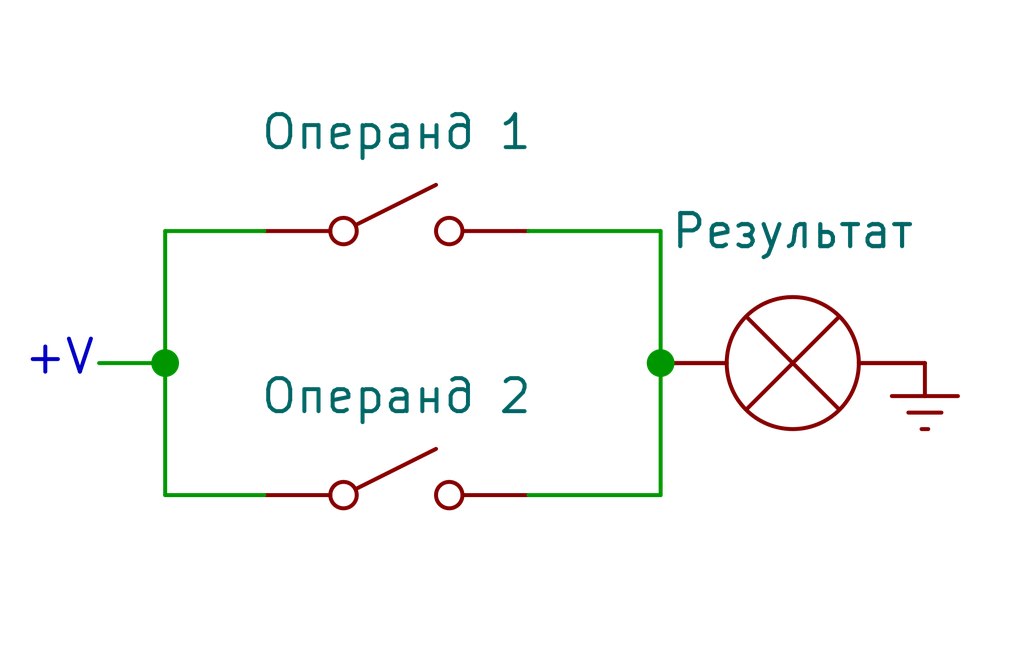
<source format=kicad_sch>
(kicad_sch (version 20250114) (generator "eeschema") (generator_version "9.0")
  (paper "User" 39.37 25.4)
  (lib_symbols
    (symbol "Device:Lamp" (pin_numbers (hide yes)) (pin_names (offset 0.0254) (hide yes))
      (property "Reference" "LA" (at 0.635 3.81 0))
      (property "Value" "Lamp" (at 0.635 -3.81 0))
      (symbol "Lamp_0_1"
        (polyline (pts (xy -1.778 1.778) (xy 1.778 -1.778)))
        (circle (center 0 0) (radius 2.54))
        (polyline (pts (xy 1.778 1.778) (xy -1.778 -1.778)))
      )
      (symbol "Lamp_1_1"
        (pin passive line (at 0 5.08 270) (length 2.54) (name "+") (number "2"))
        (pin passive line (at 0 -5.08 90) (length 2.54) (name "-") (number "1"))
      )
    )
    (symbol "SW_DPST_x2_1" (pin_numbers (hide yes)) (pin_names (offset 0) (hide yes))
      (property "Reference" "SW" (at 0 3.175 0))
      (property "Value" "SW_DPST_x2" (at 0 -2.54 0))
      (symbol "SW_DPST_x2_1_0_0"
        (circle (center -2.032 0) (radius 0.508))
        (polyline (pts (xy -1.524 0.254) (xy 1.524 1.778)))
        (circle (center 2.032 0) (radius 0.508))
      )
      (symbol "SW_DPST_x2_1_1_1"
        (pin passive line (at -5.08 0 0) (length 2.54) (name "A") (number "1"))
        (pin passive line (at 5.08 0 180) (length 2.54) (name "B") (number "2"))
      )
      (symbol "SW_DPST_x2_1_2_1"
        (pin passive line (at -5.08 0 0) (length 2.54) (name "A") (number "3"))
        (pin passive line (at 5.08 0 180) (length 2.54) (name "B") (number "4"))
      )
    )
    (symbol "Switch:SW_DPST_x2" (pin_numbers (hide yes)) (pin_names (offset 0) (hide yes))
      (property "Reference" "SW" (at 0 3.175 0))
      (property "Value" "SW_DPST_x2" (at 0 -2.54 0))
      (symbol "SW_DPST_x2_0_0"
        (circle (center -2.032 0) (radius 0.508))
        (polyline (pts (xy -1.524 0.254) (xy 1.524 1.778)))
        (circle (center 2.032 0) (radius 0.508))
      )
      (symbol "SW_DPST_x2_1_1"
        (pin passive line (at -5.08 0 0) (length 2.54) (name "A") (number "1"))
        (pin passive line (at 5.08 0 180) (length 2.54) (name "B") (number "2"))
      )
      (symbol "SW_DPST_x2_2_1"
        (pin passive line (at -5.08 0 0) (length 2.54) (name "A") (number "3"))
        (pin passive line (at 5.08 0 180) (length 2.54) (name "B") (number "4"))
      )
    )
    (symbol "power:GNDREF" (power) (pin_numbers (hide yes)) (pin_names (offset 0) (hide yes))
      (property "Value" "GNDREF" (at 0 -3.81 0))
      (symbol "GNDREF_0_1"
        (polyline (pts (xy -0.635 -1.905) (xy 0.635 -1.905)))
        (polyline (pts (xy -0.127 -2.54) (xy 0.127 -2.54)))
        (polyline (pts (xy 0 -1.27) (xy 0 0)))
        (polyline (pts (xy 1.27 -1.27) (xy -1.27 -1.27)))
      )
      (symbol "GNDREF_1_1"
        (pin power_in line (at 0 0 270) (length 0) (name "~") (number "1"))
      )
    )
  )
  (text "+V" (at 2.286 13.97 0) (effects (font (size 1.27 1.27))))
  (junction (at 25.4 13.97))
  (junction (at 6.35 13.97))
  (wire (pts (xy 6.35 13.97) (xy 6.35 8.89)))
  (wire (pts (xy 25.4 19.05) (xy 20.32 19.05)))
  (wire (pts (xy 3.81 13.97) (xy 6.35 13.97)))
  (wire (pts (xy 25.4 13.97) (xy 25.4 19.05)))
  (wire (pts (xy 6.35 8.89) (xy 10.16 8.89)))
  (wire (pts (xy 10.16 19.05) (xy 6.35 19.05)))
  (wire (pts (xy 6.35 13.97) (xy 6.35 19.05)))
  (wire (pts (xy 25.4 8.89) (xy 25.4 13.97)))
  (wire (pts (xy 20.32 8.89) (xy 25.4 8.89)))
  (symbol (lib_name "SW_DPST_x2_1") (lib_id "Switch:SW_DPST_x2") (at 15.24 8.89 0) (unit 1)
    (property "Reference" "Операнд11" (effects (hide yes)))
    (property "Value" "Операнд 1" (at 15.24 5.08 0))
    (property "Description" "Single Pole Single Throw (SPST) switch, separate symbol" (effects (hide yes)))
  )
  (symbol (lib_id "Device:Lamp") (at 30.48 13.97 90) (unit 1)
    (property "Reference" "LA2" (effects (hide yes)))
    (property "Value" "Результат" (at 30.48 8.89 90))
    (property "Description" "Lamp" (effects (hide yes)))
  )
  (symbol (lib_id "Switch:SW_DPST_x2") (at 15.24 19.05 0) (unit 2)
    (property "Reference" "SW2" (effects (hide yes)))
    (property "Value" "Операнд 2" (at 15.24 15.24 0))
    (property "Description" "Single Pole Single Throw (SPST) switch, separate symbol" (effects (hide yes)))
  )
  (symbol (lib_id "power:GNDREF") (at 35.56 13.97 0) (unit 1)
    (property "Reference" "#PWR09" (effects (hide yes)))
    (property "Value" "GNDREF" (effects (hide yes)))
    (property "Description" "Power symbol creates a global label with name \"GNDREF\" , reference supply ground" (effects (hide yes)))
  )
)
</source>
